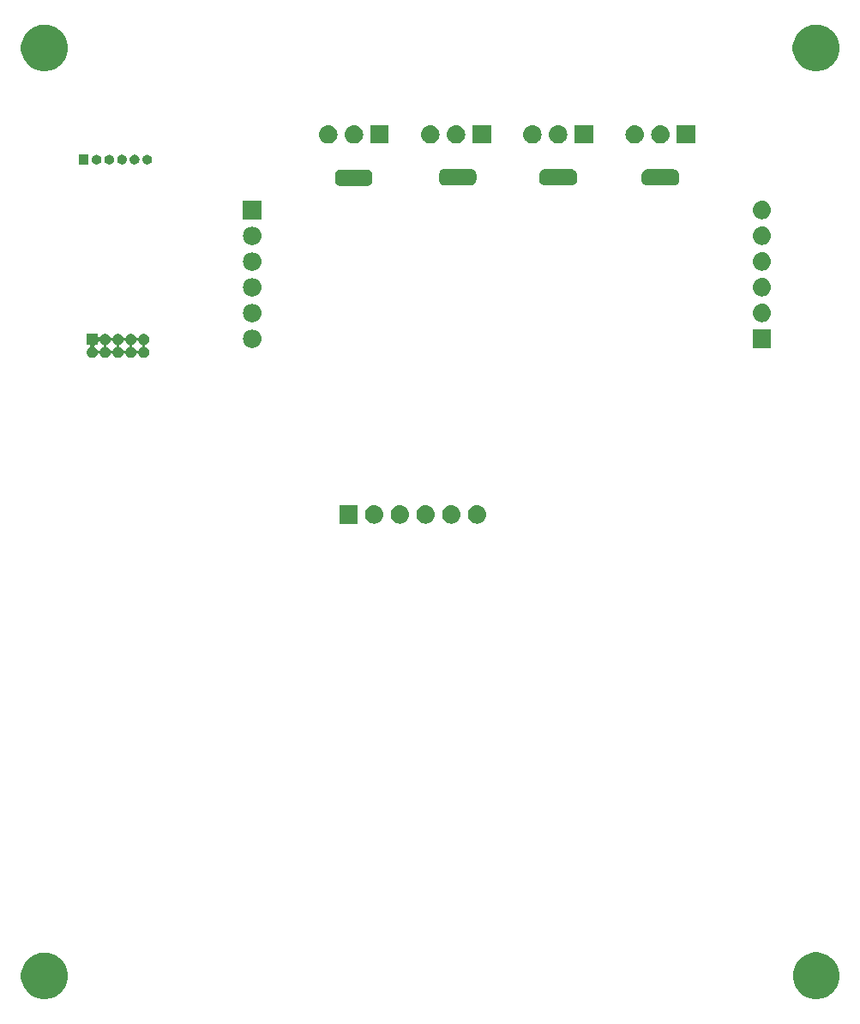
<source format=gbr>
G04 #@! TF.GenerationSoftware,KiCad,Pcbnew,(5.1.2)-2*
G04 #@! TF.CreationDate,2021-08-28T01:13:10-04:00*
G04 #@! TF.ProjectId,MAG_Plus,4d41475f-506c-4757-932e-6b696361645f,rev?*
G04 #@! TF.SameCoordinates,Original*
G04 #@! TF.FileFunction,Soldermask,Top*
G04 #@! TF.FilePolarity,Negative*
%FSLAX46Y46*%
G04 Gerber Fmt 4.6, Leading zero omitted, Abs format (unit mm)*
G04 Created by KiCad (PCBNEW (5.1.2)-2) date 2021-08-28 01:13:10*
%MOMM*%
%LPD*%
G04 APERTURE LIST*
%ADD10C,0.100000*%
G04 APERTURE END LIST*
D10*
G36*
X39538903Y-340783213D02*
G01*
X39761177Y-340827426D01*
X40179932Y-341000880D01*
X40556802Y-341252696D01*
X40877304Y-341573198D01*
X41129120Y-341950068D01*
X41302574Y-342368823D01*
X41391000Y-342813371D01*
X41391000Y-343266629D01*
X41302574Y-343711177D01*
X41129120Y-344129932D01*
X40877304Y-344506802D01*
X40556802Y-344827304D01*
X40179932Y-345079120D01*
X39761177Y-345252574D01*
X39538903Y-345296787D01*
X39316630Y-345341000D01*
X38863370Y-345341000D01*
X38641097Y-345296787D01*
X38418823Y-345252574D01*
X38000068Y-345079120D01*
X37623198Y-344827304D01*
X37302696Y-344506802D01*
X37050880Y-344129932D01*
X36877426Y-343711177D01*
X36789000Y-343266629D01*
X36789000Y-342813371D01*
X36877426Y-342368823D01*
X37050880Y-341950068D01*
X37302696Y-341573198D01*
X37623198Y-341252696D01*
X38000068Y-341000880D01*
X38418823Y-340827426D01*
X38641097Y-340783213D01*
X38863370Y-340739000D01*
X39316630Y-340739000D01*
X39538903Y-340783213D01*
X39538903Y-340783213D01*
G37*
G36*
X115748903Y-340773213D02*
G01*
X115971177Y-340817426D01*
X116389932Y-340990880D01*
X116766802Y-341242696D01*
X117087304Y-341563198D01*
X117339120Y-341940068D01*
X117512574Y-342358823D01*
X117601000Y-342803371D01*
X117601000Y-343256629D01*
X117512574Y-343701177D01*
X117339120Y-344119932D01*
X117087304Y-344496802D01*
X116766802Y-344817304D01*
X116389932Y-345069120D01*
X115971177Y-345242574D01*
X115748903Y-345286787D01*
X115526630Y-345331000D01*
X115073370Y-345331000D01*
X114851097Y-345286787D01*
X114628823Y-345242574D01*
X114210068Y-345069120D01*
X113833198Y-344817304D01*
X113512696Y-344496802D01*
X113260880Y-344119932D01*
X113087426Y-343701177D01*
X112999000Y-343256629D01*
X112999000Y-342803371D01*
X113087426Y-342358823D01*
X113260880Y-341940068D01*
X113512696Y-341563198D01*
X113833198Y-341242696D01*
X114210068Y-340990880D01*
X114628823Y-340817426D01*
X114851097Y-340773213D01*
X115073370Y-340729000D01*
X115526630Y-340729000D01*
X115748903Y-340773213D01*
X115748903Y-340773213D01*
G37*
G36*
X81930443Y-296605519D02*
G01*
X81996627Y-296612037D01*
X82166466Y-296663557D01*
X82322991Y-296747222D01*
X82358729Y-296776552D01*
X82460186Y-296859814D01*
X82543448Y-296961271D01*
X82572778Y-296997009D01*
X82656443Y-297153534D01*
X82707963Y-297323373D01*
X82725359Y-297500000D01*
X82707963Y-297676627D01*
X82656443Y-297846466D01*
X82572778Y-298002991D01*
X82543448Y-298038729D01*
X82460186Y-298140186D01*
X82358729Y-298223448D01*
X82322991Y-298252778D01*
X82166466Y-298336443D01*
X81996627Y-298387963D01*
X81930443Y-298394481D01*
X81864260Y-298401000D01*
X81775740Y-298401000D01*
X81709557Y-298394481D01*
X81643373Y-298387963D01*
X81473534Y-298336443D01*
X81317009Y-298252778D01*
X81281271Y-298223448D01*
X81179814Y-298140186D01*
X81096552Y-298038729D01*
X81067222Y-298002991D01*
X80983557Y-297846466D01*
X80932037Y-297676627D01*
X80914641Y-297500000D01*
X80932037Y-297323373D01*
X80983557Y-297153534D01*
X81067222Y-296997009D01*
X81096552Y-296961271D01*
X81179814Y-296859814D01*
X81281271Y-296776552D01*
X81317009Y-296747222D01*
X81473534Y-296663557D01*
X81643373Y-296612037D01*
X81709557Y-296605519D01*
X81775740Y-296599000D01*
X81864260Y-296599000D01*
X81930443Y-296605519D01*
X81930443Y-296605519D01*
G37*
G36*
X79390443Y-296605519D02*
G01*
X79456627Y-296612037D01*
X79626466Y-296663557D01*
X79782991Y-296747222D01*
X79818729Y-296776552D01*
X79920186Y-296859814D01*
X80003448Y-296961271D01*
X80032778Y-296997009D01*
X80116443Y-297153534D01*
X80167963Y-297323373D01*
X80185359Y-297500000D01*
X80167963Y-297676627D01*
X80116443Y-297846466D01*
X80032778Y-298002991D01*
X80003448Y-298038729D01*
X79920186Y-298140186D01*
X79818729Y-298223448D01*
X79782991Y-298252778D01*
X79626466Y-298336443D01*
X79456627Y-298387963D01*
X79390443Y-298394481D01*
X79324260Y-298401000D01*
X79235740Y-298401000D01*
X79169557Y-298394481D01*
X79103373Y-298387963D01*
X78933534Y-298336443D01*
X78777009Y-298252778D01*
X78741271Y-298223448D01*
X78639814Y-298140186D01*
X78556552Y-298038729D01*
X78527222Y-298002991D01*
X78443557Y-297846466D01*
X78392037Y-297676627D01*
X78374641Y-297500000D01*
X78392037Y-297323373D01*
X78443557Y-297153534D01*
X78527222Y-296997009D01*
X78556552Y-296961271D01*
X78639814Y-296859814D01*
X78741271Y-296776552D01*
X78777009Y-296747222D01*
X78933534Y-296663557D01*
X79103373Y-296612037D01*
X79169557Y-296605519D01*
X79235740Y-296599000D01*
X79324260Y-296599000D01*
X79390443Y-296605519D01*
X79390443Y-296605519D01*
G37*
G36*
X76850443Y-296605519D02*
G01*
X76916627Y-296612037D01*
X77086466Y-296663557D01*
X77242991Y-296747222D01*
X77278729Y-296776552D01*
X77380186Y-296859814D01*
X77463448Y-296961271D01*
X77492778Y-296997009D01*
X77576443Y-297153534D01*
X77627963Y-297323373D01*
X77645359Y-297500000D01*
X77627963Y-297676627D01*
X77576443Y-297846466D01*
X77492778Y-298002991D01*
X77463448Y-298038729D01*
X77380186Y-298140186D01*
X77278729Y-298223448D01*
X77242991Y-298252778D01*
X77086466Y-298336443D01*
X76916627Y-298387963D01*
X76850443Y-298394481D01*
X76784260Y-298401000D01*
X76695740Y-298401000D01*
X76629557Y-298394481D01*
X76563373Y-298387963D01*
X76393534Y-298336443D01*
X76237009Y-298252778D01*
X76201271Y-298223448D01*
X76099814Y-298140186D01*
X76016552Y-298038729D01*
X75987222Y-298002991D01*
X75903557Y-297846466D01*
X75852037Y-297676627D01*
X75834641Y-297500000D01*
X75852037Y-297323373D01*
X75903557Y-297153534D01*
X75987222Y-296997009D01*
X76016552Y-296961271D01*
X76099814Y-296859814D01*
X76201271Y-296776552D01*
X76237009Y-296747222D01*
X76393534Y-296663557D01*
X76563373Y-296612037D01*
X76629557Y-296605519D01*
X76695740Y-296599000D01*
X76784260Y-296599000D01*
X76850443Y-296605519D01*
X76850443Y-296605519D01*
G37*
G36*
X71770443Y-296605519D02*
G01*
X71836627Y-296612037D01*
X72006466Y-296663557D01*
X72162991Y-296747222D01*
X72198729Y-296776552D01*
X72300186Y-296859814D01*
X72383448Y-296961271D01*
X72412778Y-296997009D01*
X72496443Y-297153534D01*
X72547963Y-297323373D01*
X72565359Y-297500000D01*
X72547963Y-297676627D01*
X72496443Y-297846466D01*
X72412778Y-298002991D01*
X72383448Y-298038729D01*
X72300186Y-298140186D01*
X72198729Y-298223448D01*
X72162991Y-298252778D01*
X72006466Y-298336443D01*
X71836627Y-298387963D01*
X71770443Y-298394481D01*
X71704260Y-298401000D01*
X71615740Y-298401000D01*
X71549557Y-298394481D01*
X71483373Y-298387963D01*
X71313534Y-298336443D01*
X71157009Y-298252778D01*
X71121271Y-298223448D01*
X71019814Y-298140186D01*
X70936552Y-298038729D01*
X70907222Y-298002991D01*
X70823557Y-297846466D01*
X70772037Y-297676627D01*
X70754641Y-297500000D01*
X70772037Y-297323373D01*
X70823557Y-297153534D01*
X70907222Y-296997009D01*
X70936552Y-296961271D01*
X71019814Y-296859814D01*
X71121271Y-296776552D01*
X71157009Y-296747222D01*
X71313534Y-296663557D01*
X71483373Y-296612037D01*
X71549557Y-296605519D01*
X71615740Y-296599000D01*
X71704260Y-296599000D01*
X71770443Y-296605519D01*
X71770443Y-296605519D01*
G37*
G36*
X70021000Y-298401000D02*
G01*
X68219000Y-298401000D01*
X68219000Y-296599000D01*
X70021000Y-296599000D01*
X70021000Y-298401000D01*
X70021000Y-298401000D01*
G37*
G36*
X74310443Y-296605519D02*
G01*
X74376627Y-296612037D01*
X74546466Y-296663557D01*
X74702991Y-296747222D01*
X74738729Y-296776552D01*
X74840186Y-296859814D01*
X74923448Y-296961271D01*
X74952778Y-296997009D01*
X75036443Y-297153534D01*
X75087963Y-297323373D01*
X75105359Y-297500000D01*
X75087963Y-297676627D01*
X75036443Y-297846466D01*
X74952778Y-298002991D01*
X74923448Y-298038729D01*
X74840186Y-298140186D01*
X74738729Y-298223448D01*
X74702991Y-298252778D01*
X74546466Y-298336443D01*
X74376627Y-298387963D01*
X74310443Y-298394481D01*
X74244260Y-298401000D01*
X74155740Y-298401000D01*
X74089557Y-298394481D01*
X74023373Y-298387963D01*
X73853534Y-298336443D01*
X73697009Y-298252778D01*
X73661271Y-298223448D01*
X73559814Y-298140186D01*
X73476552Y-298038729D01*
X73447222Y-298002991D01*
X73363557Y-297846466D01*
X73312037Y-297676627D01*
X73294641Y-297500000D01*
X73312037Y-297323373D01*
X73363557Y-297153534D01*
X73447222Y-296997009D01*
X73476552Y-296961271D01*
X73559814Y-296859814D01*
X73661271Y-296776552D01*
X73697009Y-296747222D01*
X73853534Y-296663557D01*
X74023373Y-296612037D01*
X74089557Y-296605519D01*
X74155740Y-296599000D01*
X74244260Y-296599000D01*
X74310443Y-296605519D01*
X74310443Y-296605519D01*
G37*
G36*
X44381000Y-279887265D02*
G01*
X44383402Y-279911651D01*
X44390515Y-279935100D01*
X44402066Y-279956711D01*
X44417611Y-279975653D01*
X44436553Y-279991198D01*
X44458164Y-280002749D01*
X44481613Y-280009862D01*
X44505999Y-280012264D01*
X44530385Y-280009862D01*
X44553834Y-280002749D01*
X44575445Y-279991198D01*
X44594387Y-279975653D01*
X44609932Y-279956711D01*
X44616233Y-279946198D01*
X44639644Y-279902400D01*
X44708499Y-279818499D01*
X44726734Y-279803534D01*
X44792400Y-279749643D01*
X44860945Y-279713005D01*
X44888121Y-279698479D01*
X44991985Y-279666973D01*
X45072933Y-279659000D01*
X45127067Y-279659000D01*
X45208015Y-279666973D01*
X45311879Y-279698479D01*
X45339055Y-279713005D01*
X45407600Y-279749643D01*
X45491501Y-279818499D01*
X45560357Y-279902400D01*
X45596995Y-279970945D01*
X45611521Y-279998121D01*
X45615388Y-280010869D01*
X45624760Y-280033496D01*
X45638374Y-280053870D01*
X45655701Y-280071197D01*
X45676075Y-280084811D01*
X45698714Y-280094188D01*
X45722747Y-280098969D01*
X45747251Y-280098969D01*
X45771285Y-280094189D01*
X45793924Y-280084812D01*
X45814298Y-280071198D01*
X45831625Y-280053871D01*
X45845239Y-280033497D01*
X45854612Y-280010869D01*
X45858479Y-279998121D01*
X45873005Y-279970945D01*
X45909643Y-279902400D01*
X45978499Y-279818499D01*
X46062400Y-279749643D01*
X46130945Y-279713005D01*
X46158121Y-279698479D01*
X46261985Y-279666973D01*
X46342933Y-279659000D01*
X46397067Y-279659000D01*
X46478015Y-279666973D01*
X46581879Y-279698479D01*
X46609055Y-279713005D01*
X46677600Y-279749643D01*
X46761501Y-279818499D01*
X46830357Y-279902400D01*
X46866995Y-279970945D01*
X46881521Y-279998121D01*
X46885388Y-280010869D01*
X46894760Y-280033496D01*
X46908374Y-280053870D01*
X46925701Y-280071197D01*
X46946075Y-280084811D01*
X46968714Y-280094188D01*
X46992747Y-280098969D01*
X47017251Y-280098969D01*
X47041285Y-280094189D01*
X47063924Y-280084812D01*
X47084298Y-280071198D01*
X47101625Y-280053871D01*
X47115239Y-280033497D01*
X47124612Y-280010869D01*
X47128479Y-279998121D01*
X47143005Y-279970945D01*
X47179643Y-279902400D01*
X47248499Y-279818499D01*
X47332400Y-279749643D01*
X47400945Y-279713005D01*
X47428121Y-279698479D01*
X47531985Y-279666973D01*
X47612933Y-279659000D01*
X47667067Y-279659000D01*
X47748015Y-279666973D01*
X47851879Y-279698479D01*
X47879055Y-279713005D01*
X47947600Y-279749643D01*
X48031501Y-279818499D01*
X48100357Y-279902400D01*
X48136995Y-279970945D01*
X48151521Y-279998121D01*
X48155388Y-280010869D01*
X48164760Y-280033496D01*
X48178374Y-280053870D01*
X48195701Y-280071197D01*
X48216075Y-280084811D01*
X48238714Y-280094188D01*
X48262747Y-280098969D01*
X48287251Y-280098969D01*
X48311285Y-280094189D01*
X48333924Y-280084812D01*
X48354298Y-280071198D01*
X48371625Y-280053871D01*
X48385239Y-280033497D01*
X48394612Y-280010869D01*
X48398479Y-279998121D01*
X48413005Y-279970945D01*
X48449643Y-279902400D01*
X48518499Y-279818499D01*
X48602400Y-279749643D01*
X48670945Y-279713005D01*
X48698121Y-279698479D01*
X48801985Y-279666973D01*
X48882933Y-279659000D01*
X48937067Y-279659000D01*
X49018015Y-279666973D01*
X49121879Y-279698479D01*
X49149055Y-279713005D01*
X49217600Y-279749643D01*
X49301501Y-279818499D01*
X49370357Y-279902400D01*
X49406995Y-279970945D01*
X49421521Y-279998121D01*
X49453027Y-280101985D01*
X49463666Y-280210000D01*
X49453027Y-280318015D01*
X49421521Y-280421879D01*
X49421191Y-280422496D01*
X49370357Y-280517600D01*
X49301501Y-280601501D01*
X49217600Y-280670357D01*
X49149055Y-280706995D01*
X49121879Y-280721521D01*
X49109131Y-280725388D01*
X49086504Y-280734760D01*
X49066130Y-280748374D01*
X49048803Y-280765701D01*
X49035189Y-280786075D01*
X49025812Y-280808714D01*
X49021031Y-280832747D01*
X49021031Y-280857251D01*
X49025811Y-280881285D01*
X49035188Y-280903924D01*
X49048802Y-280924298D01*
X49066129Y-280941625D01*
X49086503Y-280955239D01*
X49109131Y-280964612D01*
X49121879Y-280968479D01*
X49148344Y-280982625D01*
X49217600Y-281019643D01*
X49301501Y-281088499D01*
X49370357Y-281172400D01*
X49406995Y-281240945D01*
X49421521Y-281268121D01*
X49453027Y-281371985D01*
X49463666Y-281480000D01*
X49453027Y-281588015D01*
X49421521Y-281691879D01*
X49421519Y-281691882D01*
X49370357Y-281787600D01*
X49301501Y-281871501D01*
X49217600Y-281940357D01*
X49149055Y-281976995D01*
X49121879Y-281991521D01*
X49018015Y-282023027D01*
X48937067Y-282031000D01*
X48882933Y-282031000D01*
X48801985Y-282023027D01*
X48698121Y-281991521D01*
X48670945Y-281976995D01*
X48602400Y-281940357D01*
X48518499Y-281871501D01*
X48449643Y-281787600D01*
X48398481Y-281691882D01*
X48398479Y-281691879D01*
X48394612Y-281679131D01*
X48385240Y-281656504D01*
X48371626Y-281636130D01*
X48354299Y-281618803D01*
X48333925Y-281605189D01*
X48311286Y-281595812D01*
X48287253Y-281591031D01*
X48262749Y-281591031D01*
X48238715Y-281595811D01*
X48216076Y-281605188D01*
X48195702Y-281618802D01*
X48178375Y-281636129D01*
X48164761Y-281656503D01*
X48155388Y-281679131D01*
X48151521Y-281691879D01*
X48151519Y-281691882D01*
X48100357Y-281787600D01*
X48031501Y-281871501D01*
X47947600Y-281940357D01*
X47879055Y-281976995D01*
X47851879Y-281991521D01*
X47748015Y-282023027D01*
X47667067Y-282031000D01*
X47612933Y-282031000D01*
X47531985Y-282023027D01*
X47428121Y-281991521D01*
X47400945Y-281976995D01*
X47332400Y-281940357D01*
X47248499Y-281871501D01*
X47179643Y-281787600D01*
X47128481Y-281691882D01*
X47128479Y-281691879D01*
X47124612Y-281679131D01*
X47115240Y-281656504D01*
X47101626Y-281636130D01*
X47084299Y-281618803D01*
X47063925Y-281605189D01*
X47041286Y-281595812D01*
X47017253Y-281591031D01*
X46992749Y-281591031D01*
X46968715Y-281595811D01*
X46946076Y-281605188D01*
X46925702Y-281618802D01*
X46908375Y-281636129D01*
X46894761Y-281656503D01*
X46885388Y-281679131D01*
X46881521Y-281691879D01*
X46881519Y-281691882D01*
X46830357Y-281787600D01*
X46761501Y-281871501D01*
X46677600Y-281940357D01*
X46609055Y-281976995D01*
X46581879Y-281991521D01*
X46478015Y-282023027D01*
X46397067Y-282031000D01*
X46342933Y-282031000D01*
X46261985Y-282023027D01*
X46158121Y-281991521D01*
X46130945Y-281976995D01*
X46062400Y-281940357D01*
X45978499Y-281871501D01*
X45909643Y-281787600D01*
X45858481Y-281691882D01*
X45858479Y-281691879D01*
X45854612Y-281679131D01*
X45845240Y-281656504D01*
X45831626Y-281636130D01*
X45814299Y-281618803D01*
X45793925Y-281605189D01*
X45771286Y-281595812D01*
X45747253Y-281591031D01*
X45722749Y-281591031D01*
X45698715Y-281595811D01*
X45676076Y-281605188D01*
X45655702Y-281618802D01*
X45638375Y-281636129D01*
X45624761Y-281656503D01*
X45615388Y-281679131D01*
X45611521Y-281691879D01*
X45611519Y-281691882D01*
X45560357Y-281787600D01*
X45491501Y-281871501D01*
X45407600Y-281940357D01*
X45339055Y-281976995D01*
X45311879Y-281991521D01*
X45208015Y-282023027D01*
X45127067Y-282031000D01*
X45072933Y-282031000D01*
X44991985Y-282023027D01*
X44888121Y-281991521D01*
X44860945Y-281976995D01*
X44792400Y-281940357D01*
X44708499Y-281871501D01*
X44639643Y-281787600D01*
X44588481Y-281691882D01*
X44588479Y-281691879D01*
X44584612Y-281679131D01*
X44575240Y-281656504D01*
X44561626Y-281636130D01*
X44544299Y-281618803D01*
X44523925Y-281605189D01*
X44501286Y-281595812D01*
X44477253Y-281591031D01*
X44452749Y-281591031D01*
X44428715Y-281595811D01*
X44406076Y-281605188D01*
X44385702Y-281618802D01*
X44368375Y-281636129D01*
X44354761Y-281656503D01*
X44345388Y-281679131D01*
X44341521Y-281691879D01*
X44341519Y-281691882D01*
X44290357Y-281787600D01*
X44221501Y-281871501D01*
X44137600Y-281940357D01*
X44069055Y-281976995D01*
X44041879Y-281991521D01*
X43938015Y-282023027D01*
X43857067Y-282031000D01*
X43802933Y-282031000D01*
X43721985Y-282023027D01*
X43618121Y-281991521D01*
X43590945Y-281976995D01*
X43522400Y-281940357D01*
X43438499Y-281871501D01*
X43369643Y-281787600D01*
X43318481Y-281691882D01*
X43318479Y-281691879D01*
X43286973Y-281588015D01*
X43276334Y-281480000D01*
X43286973Y-281371985D01*
X43318479Y-281268121D01*
X43333005Y-281240945D01*
X43369643Y-281172400D01*
X43438499Y-281088499D01*
X43522399Y-281019645D01*
X43522398Y-281019645D01*
X43522400Y-281019644D01*
X43566193Y-280996236D01*
X43586563Y-280982625D01*
X43603890Y-280965298D01*
X43617504Y-280944924D01*
X43626881Y-280922285D01*
X43631662Y-280898252D01*
X43631662Y-280885999D01*
X44027736Y-280885999D01*
X44030138Y-280910385D01*
X44037251Y-280933834D01*
X44048802Y-280955445D01*
X44064347Y-280974387D01*
X44083289Y-280989932D01*
X44093802Y-280996233D01*
X44137600Y-281019644D01*
X44137602Y-281019645D01*
X44137601Y-281019645D01*
X44221501Y-281088499D01*
X44290357Y-281172400D01*
X44326995Y-281240945D01*
X44341521Y-281268121D01*
X44345388Y-281280869D01*
X44354760Y-281303496D01*
X44368374Y-281323870D01*
X44385701Y-281341197D01*
X44406075Y-281354811D01*
X44428714Y-281364188D01*
X44452747Y-281368969D01*
X44477251Y-281368969D01*
X44501285Y-281364189D01*
X44523924Y-281354812D01*
X44544298Y-281341198D01*
X44561625Y-281323871D01*
X44575239Y-281303497D01*
X44584612Y-281280869D01*
X44588479Y-281268121D01*
X44603005Y-281240945D01*
X44639643Y-281172400D01*
X44708499Y-281088499D01*
X44792400Y-281019643D01*
X44861656Y-280982625D01*
X44888121Y-280968479D01*
X44900869Y-280964612D01*
X44923496Y-280955240D01*
X44943870Y-280941626D01*
X44961197Y-280924299D01*
X44974811Y-280903925D01*
X44984188Y-280881286D01*
X44988969Y-280857253D01*
X44988969Y-280832749D01*
X44988969Y-280832747D01*
X45211031Y-280832747D01*
X45211031Y-280857251D01*
X45215811Y-280881285D01*
X45225188Y-280903924D01*
X45238802Y-280924298D01*
X45256129Y-280941625D01*
X45276503Y-280955239D01*
X45299131Y-280964612D01*
X45311879Y-280968479D01*
X45338344Y-280982625D01*
X45407600Y-281019643D01*
X45491501Y-281088499D01*
X45560357Y-281172400D01*
X45596995Y-281240945D01*
X45611521Y-281268121D01*
X45615388Y-281280869D01*
X45624760Y-281303496D01*
X45638374Y-281323870D01*
X45655701Y-281341197D01*
X45676075Y-281354811D01*
X45698714Y-281364188D01*
X45722747Y-281368969D01*
X45747251Y-281368969D01*
X45771285Y-281364189D01*
X45793924Y-281354812D01*
X45814298Y-281341198D01*
X45831625Y-281323871D01*
X45845239Y-281303497D01*
X45854612Y-281280869D01*
X45858479Y-281268121D01*
X45873005Y-281240945D01*
X45909643Y-281172400D01*
X45978499Y-281088499D01*
X46062400Y-281019643D01*
X46131656Y-280982625D01*
X46158121Y-280968479D01*
X46170869Y-280964612D01*
X46193496Y-280955240D01*
X46213870Y-280941626D01*
X46231197Y-280924299D01*
X46244811Y-280903925D01*
X46254188Y-280881286D01*
X46258969Y-280857253D01*
X46258969Y-280832749D01*
X46258969Y-280832747D01*
X46481031Y-280832747D01*
X46481031Y-280857251D01*
X46485811Y-280881285D01*
X46495188Y-280903924D01*
X46508802Y-280924298D01*
X46526129Y-280941625D01*
X46546503Y-280955239D01*
X46569131Y-280964612D01*
X46581879Y-280968479D01*
X46608344Y-280982625D01*
X46677600Y-281019643D01*
X46761501Y-281088499D01*
X46830357Y-281172400D01*
X46866995Y-281240945D01*
X46881521Y-281268121D01*
X46885388Y-281280869D01*
X46894760Y-281303496D01*
X46908374Y-281323870D01*
X46925701Y-281341197D01*
X46946075Y-281354811D01*
X46968714Y-281364188D01*
X46992747Y-281368969D01*
X47017251Y-281368969D01*
X47041285Y-281364189D01*
X47063924Y-281354812D01*
X47084298Y-281341198D01*
X47101625Y-281323871D01*
X47115239Y-281303497D01*
X47124612Y-281280869D01*
X47128479Y-281268121D01*
X47143005Y-281240945D01*
X47179643Y-281172400D01*
X47248499Y-281088499D01*
X47332400Y-281019643D01*
X47401656Y-280982625D01*
X47428121Y-280968479D01*
X47440869Y-280964612D01*
X47463496Y-280955240D01*
X47483870Y-280941626D01*
X47501197Y-280924299D01*
X47514811Y-280903925D01*
X47524188Y-280881286D01*
X47528969Y-280857253D01*
X47528969Y-280832749D01*
X47528969Y-280832747D01*
X47751031Y-280832747D01*
X47751031Y-280857251D01*
X47755811Y-280881285D01*
X47765188Y-280903924D01*
X47778802Y-280924298D01*
X47796129Y-280941625D01*
X47816503Y-280955239D01*
X47839131Y-280964612D01*
X47851879Y-280968479D01*
X47878344Y-280982625D01*
X47947600Y-281019643D01*
X48031501Y-281088499D01*
X48100357Y-281172400D01*
X48136995Y-281240945D01*
X48151521Y-281268121D01*
X48155388Y-281280869D01*
X48164760Y-281303496D01*
X48178374Y-281323870D01*
X48195701Y-281341197D01*
X48216075Y-281354811D01*
X48238714Y-281364188D01*
X48262747Y-281368969D01*
X48287251Y-281368969D01*
X48311285Y-281364189D01*
X48333924Y-281354812D01*
X48354298Y-281341198D01*
X48371625Y-281323871D01*
X48385239Y-281303497D01*
X48394612Y-281280869D01*
X48398479Y-281268121D01*
X48413005Y-281240945D01*
X48449643Y-281172400D01*
X48518499Y-281088499D01*
X48602400Y-281019643D01*
X48671656Y-280982625D01*
X48698121Y-280968479D01*
X48710869Y-280964612D01*
X48733496Y-280955240D01*
X48753870Y-280941626D01*
X48771197Y-280924299D01*
X48784811Y-280903925D01*
X48794188Y-280881286D01*
X48798969Y-280857253D01*
X48798969Y-280832749D01*
X48794189Y-280808715D01*
X48784812Y-280786076D01*
X48771198Y-280765702D01*
X48753871Y-280748375D01*
X48733497Y-280734761D01*
X48710869Y-280725388D01*
X48698121Y-280721521D01*
X48670945Y-280706995D01*
X48602400Y-280670357D01*
X48518499Y-280601501D01*
X48449643Y-280517600D01*
X48398809Y-280422496D01*
X48398479Y-280421879D01*
X48394612Y-280409131D01*
X48385240Y-280386504D01*
X48371626Y-280366130D01*
X48354299Y-280348803D01*
X48333925Y-280335189D01*
X48311286Y-280325812D01*
X48287253Y-280321031D01*
X48262749Y-280321031D01*
X48238715Y-280325811D01*
X48216076Y-280335188D01*
X48195702Y-280348802D01*
X48178375Y-280366129D01*
X48164761Y-280386503D01*
X48155388Y-280409131D01*
X48151521Y-280421879D01*
X48151191Y-280422496D01*
X48100357Y-280517600D01*
X48031501Y-280601501D01*
X47947600Y-280670357D01*
X47879055Y-280706995D01*
X47851879Y-280721521D01*
X47839131Y-280725388D01*
X47816504Y-280734760D01*
X47796130Y-280748374D01*
X47778803Y-280765701D01*
X47765189Y-280786075D01*
X47755812Y-280808714D01*
X47751031Y-280832747D01*
X47528969Y-280832747D01*
X47524189Y-280808715D01*
X47514812Y-280786076D01*
X47501198Y-280765702D01*
X47483871Y-280748375D01*
X47463497Y-280734761D01*
X47440869Y-280725388D01*
X47428121Y-280721521D01*
X47400945Y-280706995D01*
X47332400Y-280670357D01*
X47248499Y-280601501D01*
X47179643Y-280517600D01*
X47128809Y-280422496D01*
X47128479Y-280421879D01*
X47124612Y-280409131D01*
X47115240Y-280386504D01*
X47101626Y-280366130D01*
X47084299Y-280348803D01*
X47063925Y-280335189D01*
X47041286Y-280325812D01*
X47017253Y-280321031D01*
X46992749Y-280321031D01*
X46968715Y-280325811D01*
X46946076Y-280335188D01*
X46925702Y-280348802D01*
X46908375Y-280366129D01*
X46894761Y-280386503D01*
X46885388Y-280409131D01*
X46881521Y-280421879D01*
X46881191Y-280422496D01*
X46830357Y-280517600D01*
X46761501Y-280601501D01*
X46677600Y-280670357D01*
X46609055Y-280706995D01*
X46581879Y-280721521D01*
X46569131Y-280725388D01*
X46546504Y-280734760D01*
X46526130Y-280748374D01*
X46508803Y-280765701D01*
X46495189Y-280786075D01*
X46485812Y-280808714D01*
X46481031Y-280832747D01*
X46258969Y-280832747D01*
X46254189Y-280808715D01*
X46244812Y-280786076D01*
X46231198Y-280765702D01*
X46213871Y-280748375D01*
X46193497Y-280734761D01*
X46170869Y-280725388D01*
X46158121Y-280721521D01*
X46130945Y-280706995D01*
X46062400Y-280670357D01*
X45978499Y-280601501D01*
X45909643Y-280517600D01*
X45858809Y-280422496D01*
X45858479Y-280421879D01*
X45854612Y-280409131D01*
X45845240Y-280386504D01*
X45831626Y-280366130D01*
X45814299Y-280348803D01*
X45793925Y-280335189D01*
X45771286Y-280325812D01*
X45747253Y-280321031D01*
X45722749Y-280321031D01*
X45698715Y-280325811D01*
X45676076Y-280335188D01*
X45655702Y-280348802D01*
X45638375Y-280366129D01*
X45624761Y-280386503D01*
X45615388Y-280409131D01*
X45611521Y-280421879D01*
X45611191Y-280422496D01*
X45560357Y-280517600D01*
X45491501Y-280601501D01*
X45407600Y-280670357D01*
X45339055Y-280706995D01*
X45311879Y-280721521D01*
X45299131Y-280725388D01*
X45276504Y-280734760D01*
X45256130Y-280748374D01*
X45238803Y-280765701D01*
X45225189Y-280786075D01*
X45215812Y-280808714D01*
X45211031Y-280832747D01*
X44988969Y-280832747D01*
X44984189Y-280808715D01*
X44974812Y-280786076D01*
X44961198Y-280765702D01*
X44943871Y-280748375D01*
X44923497Y-280734761D01*
X44900869Y-280725388D01*
X44888121Y-280721521D01*
X44860945Y-280706995D01*
X44792400Y-280670357D01*
X44708499Y-280601501D01*
X44639645Y-280517601D01*
X44639644Y-280517600D01*
X44616236Y-280473807D01*
X44602625Y-280453437D01*
X44585298Y-280436110D01*
X44564924Y-280422496D01*
X44542285Y-280413119D01*
X44518252Y-280408338D01*
X44493748Y-280408338D01*
X44469714Y-280413118D01*
X44447076Y-280422495D01*
X44426701Y-280436109D01*
X44409374Y-280453436D01*
X44395760Y-280473810D01*
X44386383Y-280496449D01*
X44381602Y-280520482D01*
X44381000Y-280532735D01*
X44381000Y-280761000D01*
X44152735Y-280761000D01*
X44128349Y-280763402D01*
X44104900Y-280770515D01*
X44083289Y-280782066D01*
X44064347Y-280797611D01*
X44048802Y-280816553D01*
X44037251Y-280838164D01*
X44030138Y-280861613D01*
X44027736Y-280885999D01*
X43631662Y-280885999D01*
X43631662Y-280873748D01*
X43626882Y-280849714D01*
X43617505Y-280827076D01*
X43603891Y-280806701D01*
X43586564Y-280789374D01*
X43566190Y-280775760D01*
X43543551Y-280766383D01*
X43519518Y-280761602D01*
X43507265Y-280761000D01*
X43279000Y-280761000D01*
X43279000Y-279659000D01*
X44381000Y-279659000D01*
X44381000Y-279887265D01*
X44381000Y-279887265D01*
G37*
G36*
X59720442Y-279255518D02*
G01*
X59786627Y-279262037D01*
X59956466Y-279313557D01*
X60112991Y-279397222D01*
X60148729Y-279426552D01*
X60250186Y-279509814D01*
X60333448Y-279611271D01*
X60362778Y-279647009D01*
X60446443Y-279803534D01*
X60497963Y-279973373D01*
X60515359Y-280150000D01*
X60497963Y-280326627D01*
X60446443Y-280496466D01*
X60362778Y-280652991D01*
X60348526Y-280670357D01*
X60250186Y-280790186D01*
X60148729Y-280873448D01*
X60112991Y-280902778D01*
X59956466Y-280986443D01*
X59786627Y-281037963D01*
X59720442Y-281044482D01*
X59654260Y-281051000D01*
X59565740Y-281051000D01*
X59499558Y-281044482D01*
X59433373Y-281037963D01*
X59263534Y-280986443D01*
X59107009Y-280902778D01*
X59071271Y-280873448D01*
X58969814Y-280790186D01*
X58871474Y-280670357D01*
X58857222Y-280652991D01*
X58773557Y-280496466D01*
X58722037Y-280326627D01*
X58704641Y-280150000D01*
X58722037Y-279973373D01*
X58773557Y-279803534D01*
X58857222Y-279647009D01*
X58886552Y-279611271D01*
X58969814Y-279509814D01*
X59071271Y-279426552D01*
X59107009Y-279397222D01*
X59263534Y-279313557D01*
X59433373Y-279262037D01*
X59499558Y-279255518D01*
X59565740Y-279249000D01*
X59654260Y-279249000D01*
X59720442Y-279255518D01*
X59720442Y-279255518D01*
G37*
G36*
X110851000Y-281041000D02*
G01*
X109049000Y-281041000D01*
X109049000Y-279239000D01*
X110851000Y-279239000D01*
X110851000Y-281041000D01*
X110851000Y-281041000D01*
G37*
G36*
X59720443Y-276715519D02*
G01*
X59786627Y-276722037D01*
X59956466Y-276773557D01*
X60112991Y-276857222D01*
X60148729Y-276886552D01*
X60250186Y-276969814D01*
X60333448Y-277071271D01*
X60362778Y-277107009D01*
X60446443Y-277263534D01*
X60497963Y-277433373D01*
X60515359Y-277610000D01*
X60497963Y-277786627D01*
X60446443Y-277956466D01*
X60362778Y-278112991D01*
X60333448Y-278148729D01*
X60250186Y-278250186D01*
X60148729Y-278333448D01*
X60112991Y-278362778D01*
X60112989Y-278362779D01*
X59975177Y-278436442D01*
X59956466Y-278446443D01*
X59786627Y-278497963D01*
X59720443Y-278504481D01*
X59654260Y-278511000D01*
X59565740Y-278511000D01*
X59499557Y-278504481D01*
X59433373Y-278497963D01*
X59263534Y-278446443D01*
X59244824Y-278436442D01*
X59107011Y-278362779D01*
X59107009Y-278362778D01*
X59071271Y-278333448D01*
X58969814Y-278250186D01*
X58886552Y-278148729D01*
X58857222Y-278112991D01*
X58773557Y-277956466D01*
X58722037Y-277786627D01*
X58704641Y-277610000D01*
X58722037Y-277433373D01*
X58773557Y-277263534D01*
X58857222Y-277107009D01*
X58886552Y-277071271D01*
X58969814Y-276969814D01*
X59071271Y-276886552D01*
X59107009Y-276857222D01*
X59263534Y-276773557D01*
X59433373Y-276722037D01*
X59499557Y-276715519D01*
X59565740Y-276709000D01*
X59654260Y-276709000D01*
X59720443Y-276715519D01*
X59720443Y-276715519D01*
G37*
G36*
X110060443Y-276705519D02*
G01*
X110126627Y-276712037D01*
X110296466Y-276763557D01*
X110296468Y-276763558D01*
X110374728Y-276805389D01*
X110452991Y-276847222D01*
X110488729Y-276876552D01*
X110590186Y-276959814D01*
X110673448Y-277061271D01*
X110702778Y-277097009D01*
X110786443Y-277253534D01*
X110837963Y-277423373D01*
X110855359Y-277600000D01*
X110837963Y-277776627D01*
X110786443Y-277946466D01*
X110702778Y-278102991D01*
X110694571Y-278112991D01*
X110590186Y-278240186D01*
X110488729Y-278323448D01*
X110452991Y-278352778D01*
X110296466Y-278436443D01*
X110126627Y-278487963D01*
X110060442Y-278494482D01*
X109994260Y-278501000D01*
X109905740Y-278501000D01*
X109839558Y-278494482D01*
X109773373Y-278487963D01*
X109603534Y-278436443D01*
X109447009Y-278352778D01*
X109411271Y-278323448D01*
X109309814Y-278240186D01*
X109205429Y-278112991D01*
X109197222Y-278102991D01*
X109113557Y-277946466D01*
X109062037Y-277776627D01*
X109044641Y-277600000D01*
X109062037Y-277423373D01*
X109113557Y-277253534D01*
X109197222Y-277097009D01*
X109226552Y-277061271D01*
X109309814Y-276959814D01*
X109411271Y-276876552D01*
X109447009Y-276847222D01*
X109525271Y-276805390D01*
X109603532Y-276763558D01*
X109603534Y-276763557D01*
X109773373Y-276712037D01*
X109839557Y-276705519D01*
X109905740Y-276699000D01*
X109994260Y-276699000D01*
X110060443Y-276705519D01*
X110060443Y-276705519D01*
G37*
G36*
X59720442Y-274175518D02*
G01*
X59786627Y-274182037D01*
X59956466Y-274233557D01*
X60112991Y-274317222D01*
X60148729Y-274346552D01*
X60250186Y-274429814D01*
X60333448Y-274531271D01*
X60362778Y-274567009D01*
X60446443Y-274723534D01*
X60497963Y-274893373D01*
X60515359Y-275070000D01*
X60497963Y-275246627D01*
X60446443Y-275416466D01*
X60362778Y-275572991D01*
X60333448Y-275608729D01*
X60250186Y-275710186D01*
X60148729Y-275793448D01*
X60112991Y-275822778D01*
X60112989Y-275822779D01*
X59975177Y-275896442D01*
X59956466Y-275906443D01*
X59786627Y-275957963D01*
X59720443Y-275964481D01*
X59654260Y-275971000D01*
X59565740Y-275971000D01*
X59499557Y-275964481D01*
X59433373Y-275957963D01*
X59263534Y-275906443D01*
X59244824Y-275896442D01*
X59107011Y-275822779D01*
X59107009Y-275822778D01*
X59071271Y-275793448D01*
X58969814Y-275710186D01*
X58886552Y-275608729D01*
X58857222Y-275572991D01*
X58773557Y-275416466D01*
X58722037Y-275246627D01*
X58704641Y-275070000D01*
X58722037Y-274893373D01*
X58773557Y-274723534D01*
X58857222Y-274567009D01*
X58886552Y-274531271D01*
X58969814Y-274429814D01*
X59071271Y-274346552D01*
X59107009Y-274317222D01*
X59263534Y-274233557D01*
X59433373Y-274182037D01*
X59499558Y-274175518D01*
X59565740Y-274169000D01*
X59654260Y-274169000D01*
X59720442Y-274175518D01*
X59720442Y-274175518D01*
G37*
G36*
X110060443Y-274165519D02*
G01*
X110126627Y-274172037D01*
X110296466Y-274223557D01*
X110296468Y-274223558D01*
X110374729Y-274265390D01*
X110452991Y-274307222D01*
X110488729Y-274336552D01*
X110590186Y-274419814D01*
X110673448Y-274521271D01*
X110702778Y-274557009D01*
X110786443Y-274713534D01*
X110837963Y-274883373D01*
X110855359Y-275060000D01*
X110837963Y-275236627D01*
X110786443Y-275406466D01*
X110702778Y-275562991D01*
X110694571Y-275572991D01*
X110590186Y-275700186D01*
X110488729Y-275783448D01*
X110452991Y-275812778D01*
X110296466Y-275896443D01*
X110126627Y-275947963D01*
X110060443Y-275954481D01*
X109994260Y-275961000D01*
X109905740Y-275961000D01*
X109839557Y-275954481D01*
X109773373Y-275947963D01*
X109603534Y-275896443D01*
X109447009Y-275812778D01*
X109411271Y-275783448D01*
X109309814Y-275700186D01*
X109205429Y-275572991D01*
X109197222Y-275562991D01*
X109113557Y-275406466D01*
X109062037Y-275236627D01*
X109044641Y-275060000D01*
X109062037Y-274883373D01*
X109113557Y-274713534D01*
X109197222Y-274557009D01*
X109226552Y-274521271D01*
X109309814Y-274419814D01*
X109411271Y-274336552D01*
X109447009Y-274307222D01*
X109525271Y-274265390D01*
X109603532Y-274223558D01*
X109603534Y-274223557D01*
X109773373Y-274172037D01*
X109839557Y-274165519D01*
X109905740Y-274159000D01*
X109994260Y-274159000D01*
X110060443Y-274165519D01*
X110060443Y-274165519D01*
G37*
G36*
X59720443Y-271635519D02*
G01*
X59786627Y-271642037D01*
X59956466Y-271693557D01*
X60112991Y-271777222D01*
X60148729Y-271806552D01*
X60250186Y-271889814D01*
X60333448Y-271991271D01*
X60362778Y-272027009D01*
X60446443Y-272183534D01*
X60497963Y-272353373D01*
X60515359Y-272530000D01*
X60497963Y-272706627D01*
X60446443Y-272876466D01*
X60362778Y-273032991D01*
X60333448Y-273068729D01*
X60250186Y-273170186D01*
X60148729Y-273253448D01*
X60112991Y-273282778D01*
X60112989Y-273282779D01*
X59975177Y-273356442D01*
X59956466Y-273366443D01*
X59786627Y-273417963D01*
X59720442Y-273424482D01*
X59654260Y-273431000D01*
X59565740Y-273431000D01*
X59499558Y-273424482D01*
X59433373Y-273417963D01*
X59263534Y-273366443D01*
X59244824Y-273356442D01*
X59107011Y-273282779D01*
X59107009Y-273282778D01*
X59071271Y-273253448D01*
X58969814Y-273170186D01*
X58886552Y-273068729D01*
X58857222Y-273032991D01*
X58773557Y-272876466D01*
X58722037Y-272706627D01*
X58704641Y-272530000D01*
X58722037Y-272353373D01*
X58773557Y-272183534D01*
X58857222Y-272027009D01*
X58886552Y-271991271D01*
X58969814Y-271889814D01*
X59071271Y-271806552D01*
X59107009Y-271777222D01*
X59263534Y-271693557D01*
X59433373Y-271642037D01*
X59499557Y-271635519D01*
X59565740Y-271629000D01*
X59654260Y-271629000D01*
X59720443Y-271635519D01*
X59720443Y-271635519D01*
G37*
G36*
X110060442Y-271625518D02*
G01*
X110126627Y-271632037D01*
X110296466Y-271683557D01*
X110296468Y-271683558D01*
X110374728Y-271725389D01*
X110452991Y-271767222D01*
X110488729Y-271796552D01*
X110590186Y-271879814D01*
X110673448Y-271981271D01*
X110702778Y-272017009D01*
X110786443Y-272173534D01*
X110837963Y-272343373D01*
X110855359Y-272520000D01*
X110837963Y-272696627D01*
X110786443Y-272866466D01*
X110702778Y-273022991D01*
X110694571Y-273032991D01*
X110590186Y-273160186D01*
X110488729Y-273243448D01*
X110452991Y-273272778D01*
X110296466Y-273356443D01*
X110126627Y-273407963D01*
X110060442Y-273414482D01*
X109994260Y-273421000D01*
X109905740Y-273421000D01*
X109839558Y-273414482D01*
X109773373Y-273407963D01*
X109603534Y-273356443D01*
X109447009Y-273272778D01*
X109411271Y-273243448D01*
X109309814Y-273160186D01*
X109205429Y-273032991D01*
X109197222Y-273022991D01*
X109113557Y-272866466D01*
X109062037Y-272696627D01*
X109044641Y-272520000D01*
X109062037Y-272343373D01*
X109113557Y-272173534D01*
X109197222Y-272017009D01*
X109226552Y-271981271D01*
X109309814Y-271879814D01*
X109411271Y-271796552D01*
X109447009Y-271767222D01*
X109525271Y-271725390D01*
X109603532Y-271683558D01*
X109603534Y-271683557D01*
X109773373Y-271632037D01*
X109839558Y-271625518D01*
X109905740Y-271619000D01*
X109994260Y-271619000D01*
X110060442Y-271625518D01*
X110060442Y-271625518D01*
G37*
G36*
X59720443Y-269095519D02*
G01*
X59786627Y-269102037D01*
X59956466Y-269153557D01*
X60112991Y-269237222D01*
X60148729Y-269266552D01*
X60250186Y-269349814D01*
X60333448Y-269451271D01*
X60362778Y-269487009D01*
X60446443Y-269643534D01*
X60497963Y-269813373D01*
X60515359Y-269990000D01*
X60497963Y-270166627D01*
X60446443Y-270336466D01*
X60362778Y-270492991D01*
X60333448Y-270528729D01*
X60250186Y-270630186D01*
X60148729Y-270713448D01*
X60112991Y-270742778D01*
X60112989Y-270742779D01*
X59975177Y-270816442D01*
X59956466Y-270826443D01*
X59786627Y-270877963D01*
X59720443Y-270884481D01*
X59654260Y-270891000D01*
X59565740Y-270891000D01*
X59499557Y-270884481D01*
X59433373Y-270877963D01*
X59263534Y-270826443D01*
X59244824Y-270816442D01*
X59107011Y-270742779D01*
X59107009Y-270742778D01*
X59071271Y-270713448D01*
X58969814Y-270630186D01*
X58886552Y-270528729D01*
X58857222Y-270492991D01*
X58773557Y-270336466D01*
X58722037Y-270166627D01*
X58704641Y-269990000D01*
X58722037Y-269813373D01*
X58773557Y-269643534D01*
X58857222Y-269487009D01*
X58886552Y-269451271D01*
X58969814Y-269349814D01*
X59071271Y-269266552D01*
X59107009Y-269237222D01*
X59263534Y-269153557D01*
X59433373Y-269102037D01*
X59499557Y-269095519D01*
X59565740Y-269089000D01*
X59654260Y-269089000D01*
X59720443Y-269095519D01*
X59720443Y-269095519D01*
G37*
G36*
X110060443Y-269085519D02*
G01*
X110126627Y-269092037D01*
X110296466Y-269143557D01*
X110296468Y-269143558D01*
X110374728Y-269185389D01*
X110452991Y-269227222D01*
X110488729Y-269256552D01*
X110590186Y-269339814D01*
X110673448Y-269441271D01*
X110702778Y-269477009D01*
X110786443Y-269633534D01*
X110837963Y-269803373D01*
X110855359Y-269980000D01*
X110837963Y-270156627D01*
X110786443Y-270326466D01*
X110702778Y-270482991D01*
X110694571Y-270492991D01*
X110590186Y-270620186D01*
X110488729Y-270703448D01*
X110452991Y-270732778D01*
X110296466Y-270816443D01*
X110126627Y-270867963D01*
X110060443Y-270874481D01*
X109994260Y-270881000D01*
X109905740Y-270881000D01*
X109839557Y-270874481D01*
X109773373Y-270867963D01*
X109603534Y-270816443D01*
X109447009Y-270732778D01*
X109411271Y-270703448D01*
X109309814Y-270620186D01*
X109205429Y-270492991D01*
X109197222Y-270482991D01*
X109113557Y-270326466D01*
X109062037Y-270156627D01*
X109044641Y-269980000D01*
X109062037Y-269803373D01*
X109113557Y-269633534D01*
X109197222Y-269477009D01*
X109226552Y-269441271D01*
X109309814Y-269339814D01*
X109411271Y-269256552D01*
X109447009Y-269227222D01*
X109525272Y-269185389D01*
X109603532Y-269143558D01*
X109603534Y-269143557D01*
X109773373Y-269092037D01*
X109839557Y-269085519D01*
X109905740Y-269079000D01*
X109994260Y-269079000D01*
X110060443Y-269085519D01*
X110060443Y-269085519D01*
G37*
G36*
X60511000Y-268351000D02*
G01*
X58709000Y-268351000D01*
X58709000Y-266549000D01*
X60511000Y-266549000D01*
X60511000Y-268351000D01*
X60511000Y-268351000D01*
G37*
G36*
X110060442Y-266545518D02*
G01*
X110126627Y-266552037D01*
X110296466Y-266603557D01*
X110452991Y-266687222D01*
X110488729Y-266716552D01*
X110590186Y-266799814D01*
X110673448Y-266901271D01*
X110702778Y-266937009D01*
X110786443Y-267093534D01*
X110837963Y-267263373D01*
X110855359Y-267440000D01*
X110837963Y-267616627D01*
X110786443Y-267786466D01*
X110702778Y-267942991D01*
X110673448Y-267978729D01*
X110590186Y-268080186D01*
X110488729Y-268163448D01*
X110452991Y-268192778D01*
X110296466Y-268276443D01*
X110126627Y-268327963D01*
X110060443Y-268334481D01*
X109994260Y-268341000D01*
X109905740Y-268341000D01*
X109839557Y-268334481D01*
X109773373Y-268327963D01*
X109603534Y-268276443D01*
X109447009Y-268192778D01*
X109411271Y-268163448D01*
X109309814Y-268080186D01*
X109226552Y-267978729D01*
X109197222Y-267942991D01*
X109113557Y-267786466D01*
X109062037Y-267616627D01*
X109044641Y-267440000D01*
X109062037Y-267263373D01*
X109113557Y-267093534D01*
X109197222Y-266937009D01*
X109226552Y-266901271D01*
X109309814Y-266799814D01*
X109411271Y-266716552D01*
X109447009Y-266687222D01*
X109603534Y-266603557D01*
X109773373Y-266552037D01*
X109839558Y-266545518D01*
X109905740Y-266539000D01*
X109994260Y-266539000D01*
X110060442Y-266545518D01*
X110060442Y-266545518D01*
G37*
G36*
X68899999Y-263449737D02*
G01*
X68914528Y-263454145D01*
X68927711Y-263459606D01*
X68951745Y-263464388D01*
X68976249Y-263464389D01*
X69000282Y-263459609D01*
X69022921Y-263450232D01*
X69024765Y-263449000D01*
X70256050Y-263449000D01*
X70268164Y-263455475D01*
X70291613Y-263462588D01*
X70315999Y-263464990D01*
X70340385Y-263462588D01*
X70363834Y-263455475D01*
X70368746Y-263453152D01*
X70380001Y-263449737D01*
X70396140Y-263448148D01*
X70933861Y-263448148D01*
X70952199Y-263449954D01*
X70964450Y-263450556D01*
X70982869Y-263450556D01*
X71005149Y-263452750D01*
X71089233Y-263469476D01*
X71110660Y-263475976D01*
X71189858Y-263508780D01*
X71195303Y-263511691D01*
X71195309Y-263511693D01*
X71204169Y-263516429D01*
X71204173Y-263516432D01*
X71209614Y-263519340D01*
X71280899Y-263566971D01*
X71298204Y-263581172D01*
X71358828Y-263641796D01*
X71373029Y-263659101D01*
X71420660Y-263730386D01*
X71423568Y-263735827D01*
X71423571Y-263735831D01*
X71428307Y-263744691D01*
X71428309Y-263744697D01*
X71431220Y-263750142D01*
X71464024Y-263829340D01*
X71470524Y-263850767D01*
X71487250Y-263934851D01*
X71489444Y-263957131D01*
X71489444Y-263975550D01*
X71490046Y-263987801D01*
X71491852Y-264006139D01*
X71491852Y-264493862D01*
X71490046Y-264512199D01*
X71489444Y-264524450D01*
X71489444Y-264542869D01*
X71487250Y-264565149D01*
X71470524Y-264649233D01*
X71464024Y-264670660D01*
X71431220Y-264749858D01*
X71428309Y-264755303D01*
X71428307Y-264755309D01*
X71423571Y-264764169D01*
X71423568Y-264764173D01*
X71420660Y-264769614D01*
X71373029Y-264840899D01*
X71358828Y-264858204D01*
X71298204Y-264918828D01*
X71280899Y-264933029D01*
X71209614Y-264980660D01*
X71204173Y-264983568D01*
X71204169Y-264983571D01*
X71195309Y-264988307D01*
X71195303Y-264988309D01*
X71189858Y-264991220D01*
X71110660Y-265024024D01*
X71089233Y-265030524D01*
X71005149Y-265047250D01*
X70982869Y-265049444D01*
X70964450Y-265049444D01*
X70952199Y-265050046D01*
X70933862Y-265051852D01*
X70396140Y-265051852D01*
X70380001Y-265050263D01*
X70365472Y-265045855D01*
X70352289Y-265040394D01*
X70328255Y-265035612D01*
X70303751Y-265035611D01*
X70279718Y-265040391D01*
X70257079Y-265049768D01*
X70255235Y-265051000D01*
X69023950Y-265051000D01*
X69011836Y-265044525D01*
X68988387Y-265037412D01*
X68964001Y-265035010D01*
X68939615Y-265037412D01*
X68916166Y-265044525D01*
X68911254Y-265046848D01*
X68899999Y-265050263D01*
X68883860Y-265051852D01*
X68346138Y-265051852D01*
X68327801Y-265050046D01*
X68315550Y-265049444D01*
X68297131Y-265049444D01*
X68274851Y-265047250D01*
X68190767Y-265030524D01*
X68169340Y-265024024D01*
X68090142Y-264991220D01*
X68084697Y-264988309D01*
X68084691Y-264988307D01*
X68075831Y-264983571D01*
X68075827Y-264983568D01*
X68070386Y-264980660D01*
X67999101Y-264933029D01*
X67981796Y-264918828D01*
X67921172Y-264858204D01*
X67906971Y-264840899D01*
X67859340Y-264769614D01*
X67856432Y-264764173D01*
X67856429Y-264764169D01*
X67851693Y-264755309D01*
X67851691Y-264755303D01*
X67848780Y-264749858D01*
X67815976Y-264670660D01*
X67809476Y-264649233D01*
X67792750Y-264565149D01*
X67790556Y-264542869D01*
X67790556Y-264524450D01*
X67789954Y-264512199D01*
X67788148Y-264493862D01*
X67788148Y-264006139D01*
X67789954Y-263987801D01*
X67790556Y-263975550D01*
X67790556Y-263957131D01*
X67792750Y-263934851D01*
X67809476Y-263850767D01*
X67815976Y-263829340D01*
X67848780Y-263750142D01*
X67851691Y-263744697D01*
X67851693Y-263744691D01*
X67856429Y-263735831D01*
X67856432Y-263735827D01*
X67859340Y-263730386D01*
X67906971Y-263659101D01*
X67921172Y-263641796D01*
X67981796Y-263581172D01*
X67999101Y-263566971D01*
X68070386Y-263519340D01*
X68075827Y-263516432D01*
X68075831Y-263516429D01*
X68084691Y-263511693D01*
X68084697Y-263511691D01*
X68090142Y-263508780D01*
X68169340Y-263475976D01*
X68190767Y-263469476D01*
X68274851Y-263452750D01*
X68297131Y-263450556D01*
X68315550Y-263450556D01*
X68327801Y-263449954D01*
X68346139Y-263448148D01*
X68883860Y-263448148D01*
X68899999Y-263449737D01*
X68899999Y-263449737D01*
G37*
G36*
X99189999Y-263419737D02*
G01*
X99204528Y-263424145D01*
X99217711Y-263429606D01*
X99241745Y-263434388D01*
X99266249Y-263434389D01*
X99290282Y-263429609D01*
X99312921Y-263420232D01*
X99314765Y-263419000D01*
X100546050Y-263419000D01*
X100558164Y-263425475D01*
X100581613Y-263432588D01*
X100605999Y-263434990D01*
X100630385Y-263432588D01*
X100653834Y-263425475D01*
X100658746Y-263423152D01*
X100670001Y-263419737D01*
X100686140Y-263418148D01*
X101223861Y-263418148D01*
X101242199Y-263419954D01*
X101254450Y-263420556D01*
X101272869Y-263420556D01*
X101295149Y-263422750D01*
X101379233Y-263439476D01*
X101400660Y-263445976D01*
X101479858Y-263478780D01*
X101485303Y-263481691D01*
X101485309Y-263481693D01*
X101494169Y-263486429D01*
X101494173Y-263486432D01*
X101499614Y-263489340D01*
X101570899Y-263536971D01*
X101588204Y-263551172D01*
X101648828Y-263611796D01*
X101663029Y-263629101D01*
X101710660Y-263700386D01*
X101713568Y-263705827D01*
X101713571Y-263705831D01*
X101718307Y-263714691D01*
X101718309Y-263714697D01*
X101721220Y-263720142D01*
X101754024Y-263799340D01*
X101760524Y-263820767D01*
X101777250Y-263904851D01*
X101779444Y-263927131D01*
X101779444Y-263945550D01*
X101780046Y-263957801D01*
X101781852Y-263976139D01*
X101781852Y-264463862D01*
X101780046Y-264482199D01*
X101779444Y-264494450D01*
X101779444Y-264512869D01*
X101777250Y-264535149D01*
X101760524Y-264619233D01*
X101754024Y-264640660D01*
X101721220Y-264719858D01*
X101718309Y-264725303D01*
X101718307Y-264725309D01*
X101713571Y-264734169D01*
X101713568Y-264734173D01*
X101710660Y-264739614D01*
X101663029Y-264810899D01*
X101648828Y-264828204D01*
X101588204Y-264888828D01*
X101570899Y-264903029D01*
X101499614Y-264950660D01*
X101494173Y-264953568D01*
X101494169Y-264953571D01*
X101485309Y-264958307D01*
X101485303Y-264958309D01*
X101479858Y-264961220D01*
X101400660Y-264994024D01*
X101379233Y-265000524D01*
X101295149Y-265017250D01*
X101272869Y-265019444D01*
X101254450Y-265019444D01*
X101242199Y-265020046D01*
X101223862Y-265021852D01*
X100686140Y-265021852D01*
X100670001Y-265020263D01*
X100655472Y-265015855D01*
X100642289Y-265010394D01*
X100618255Y-265005612D01*
X100593751Y-265005611D01*
X100569718Y-265010391D01*
X100547079Y-265019768D01*
X100545235Y-265021000D01*
X99313950Y-265021000D01*
X99301836Y-265014525D01*
X99278387Y-265007412D01*
X99254001Y-265005010D01*
X99229615Y-265007412D01*
X99206166Y-265014525D01*
X99201254Y-265016848D01*
X99189999Y-265020263D01*
X99173860Y-265021852D01*
X98636138Y-265021852D01*
X98617801Y-265020046D01*
X98605550Y-265019444D01*
X98587131Y-265019444D01*
X98564851Y-265017250D01*
X98480767Y-265000524D01*
X98459340Y-264994024D01*
X98380142Y-264961220D01*
X98374697Y-264958309D01*
X98374691Y-264958307D01*
X98365831Y-264953571D01*
X98365827Y-264953568D01*
X98360386Y-264950660D01*
X98289101Y-264903029D01*
X98271796Y-264888828D01*
X98211172Y-264828204D01*
X98196971Y-264810899D01*
X98149340Y-264739614D01*
X98146432Y-264734173D01*
X98146429Y-264734169D01*
X98141693Y-264725309D01*
X98141691Y-264725303D01*
X98138780Y-264719858D01*
X98105976Y-264640660D01*
X98099476Y-264619233D01*
X98082750Y-264535149D01*
X98080556Y-264512869D01*
X98080556Y-264494450D01*
X98079954Y-264482199D01*
X98078148Y-264463862D01*
X98078148Y-263976139D01*
X98079954Y-263957801D01*
X98080556Y-263945550D01*
X98080556Y-263927131D01*
X98082750Y-263904851D01*
X98099476Y-263820767D01*
X98105976Y-263799340D01*
X98138780Y-263720142D01*
X98141691Y-263714697D01*
X98141693Y-263714691D01*
X98146429Y-263705831D01*
X98146432Y-263705827D01*
X98149340Y-263700386D01*
X98196971Y-263629101D01*
X98211172Y-263611796D01*
X98271796Y-263551172D01*
X98289101Y-263536971D01*
X98360386Y-263489340D01*
X98365827Y-263486432D01*
X98365831Y-263486429D01*
X98374691Y-263481693D01*
X98374697Y-263481691D01*
X98380142Y-263478780D01*
X98459340Y-263445976D01*
X98480767Y-263439476D01*
X98564851Y-263422750D01*
X98587131Y-263420556D01*
X98605550Y-263420556D01*
X98617801Y-263419954D01*
X98636139Y-263418148D01*
X99173860Y-263418148D01*
X99189999Y-263419737D01*
X99189999Y-263419737D01*
G37*
G36*
X89089999Y-263399737D02*
G01*
X89104528Y-263404145D01*
X89117711Y-263409606D01*
X89141745Y-263414388D01*
X89166249Y-263414389D01*
X89190282Y-263409609D01*
X89212921Y-263400232D01*
X89214765Y-263399000D01*
X90446050Y-263399000D01*
X90458164Y-263405475D01*
X90481613Y-263412588D01*
X90505999Y-263414990D01*
X90530385Y-263412588D01*
X90553834Y-263405475D01*
X90558746Y-263403152D01*
X90570001Y-263399737D01*
X90586140Y-263398148D01*
X91123861Y-263398148D01*
X91142199Y-263399954D01*
X91154450Y-263400556D01*
X91172869Y-263400556D01*
X91195149Y-263402750D01*
X91279233Y-263419476D01*
X91300660Y-263425976D01*
X91379858Y-263458780D01*
X91385303Y-263461691D01*
X91385309Y-263461693D01*
X91394169Y-263466429D01*
X91394173Y-263466432D01*
X91399614Y-263469340D01*
X91470899Y-263516971D01*
X91488204Y-263531172D01*
X91548828Y-263591796D01*
X91563029Y-263609101D01*
X91610660Y-263680386D01*
X91613568Y-263685827D01*
X91613571Y-263685831D01*
X91618307Y-263694691D01*
X91618309Y-263694697D01*
X91621220Y-263700142D01*
X91654024Y-263779340D01*
X91660524Y-263800767D01*
X91677250Y-263884851D01*
X91679444Y-263907131D01*
X91679444Y-263925550D01*
X91680046Y-263937801D01*
X91681852Y-263956139D01*
X91681852Y-264443862D01*
X91680046Y-264462199D01*
X91679444Y-264474450D01*
X91679444Y-264492869D01*
X91677250Y-264515149D01*
X91660524Y-264599233D01*
X91654024Y-264620660D01*
X91621220Y-264699858D01*
X91618309Y-264705303D01*
X91618307Y-264705309D01*
X91613571Y-264714169D01*
X91613568Y-264714173D01*
X91610660Y-264719614D01*
X91563029Y-264790899D01*
X91548828Y-264808204D01*
X91488204Y-264868828D01*
X91470899Y-264883029D01*
X91399614Y-264930660D01*
X91394173Y-264933568D01*
X91394169Y-264933571D01*
X91385309Y-264938307D01*
X91385303Y-264938309D01*
X91379858Y-264941220D01*
X91300660Y-264974024D01*
X91279233Y-264980524D01*
X91195149Y-264997250D01*
X91172869Y-264999444D01*
X91154450Y-264999444D01*
X91142199Y-265000046D01*
X91123862Y-265001852D01*
X90586140Y-265001852D01*
X90570001Y-265000263D01*
X90555472Y-264995855D01*
X90542289Y-264990394D01*
X90518255Y-264985612D01*
X90493751Y-264985611D01*
X90469718Y-264990391D01*
X90447079Y-264999768D01*
X90445235Y-265001000D01*
X89213950Y-265001000D01*
X89201836Y-264994525D01*
X89178387Y-264987412D01*
X89154001Y-264985010D01*
X89129615Y-264987412D01*
X89106166Y-264994525D01*
X89101254Y-264996848D01*
X89089999Y-265000263D01*
X89073860Y-265001852D01*
X88536138Y-265001852D01*
X88517801Y-265000046D01*
X88505550Y-264999444D01*
X88487131Y-264999444D01*
X88464851Y-264997250D01*
X88380767Y-264980524D01*
X88359340Y-264974024D01*
X88280142Y-264941220D01*
X88274697Y-264938309D01*
X88274691Y-264938307D01*
X88265831Y-264933571D01*
X88265827Y-264933568D01*
X88260386Y-264930660D01*
X88189101Y-264883029D01*
X88171796Y-264868828D01*
X88111172Y-264808204D01*
X88096971Y-264790899D01*
X88049340Y-264719614D01*
X88046432Y-264714173D01*
X88046429Y-264714169D01*
X88041693Y-264705309D01*
X88041691Y-264705303D01*
X88038780Y-264699858D01*
X88005976Y-264620660D01*
X87999476Y-264599233D01*
X87982750Y-264515149D01*
X87980556Y-264492869D01*
X87980556Y-264474450D01*
X87979954Y-264462199D01*
X87978148Y-264443862D01*
X87978148Y-263956138D01*
X87979954Y-263937801D01*
X87980556Y-263925550D01*
X87980556Y-263907131D01*
X87982750Y-263884851D01*
X87999476Y-263800767D01*
X88005976Y-263779340D01*
X88038780Y-263700142D01*
X88041691Y-263694697D01*
X88041693Y-263694691D01*
X88046429Y-263685831D01*
X88046432Y-263685827D01*
X88049340Y-263680386D01*
X88096971Y-263609101D01*
X88111172Y-263591796D01*
X88171796Y-263531172D01*
X88189101Y-263516971D01*
X88260386Y-263469340D01*
X88265827Y-263466432D01*
X88265831Y-263466429D01*
X88274691Y-263461693D01*
X88274697Y-263461691D01*
X88280142Y-263458780D01*
X88359340Y-263425976D01*
X88380767Y-263419476D01*
X88464851Y-263402750D01*
X88487131Y-263400556D01*
X88505550Y-263400556D01*
X88517801Y-263399954D01*
X88536139Y-263398148D01*
X89073860Y-263398148D01*
X89089999Y-263399737D01*
X89089999Y-263399737D01*
G37*
G36*
X79159999Y-263389737D02*
G01*
X79174528Y-263394145D01*
X79187711Y-263399606D01*
X79211745Y-263404388D01*
X79236249Y-263404389D01*
X79260282Y-263399609D01*
X79282921Y-263390232D01*
X79284765Y-263389000D01*
X80516050Y-263389000D01*
X80528164Y-263395475D01*
X80551613Y-263402588D01*
X80575999Y-263404990D01*
X80600385Y-263402588D01*
X80623834Y-263395475D01*
X80628746Y-263393152D01*
X80640001Y-263389737D01*
X80656140Y-263388148D01*
X81193861Y-263388148D01*
X81212199Y-263389954D01*
X81224450Y-263390556D01*
X81242869Y-263390556D01*
X81265149Y-263392750D01*
X81349233Y-263409476D01*
X81370660Y-263415976D01*
X81449858Y-263448780D01*
X81455303Y-263451691D01*
X81455309Y-263451693D01*
X81464169Y-263456429D01*
X81464173Y-263456432D01*
X81469614Y-263459340D01*
X81540899Y-263506971D01*
X81558204Y-263521172D01*
X81618828Y-263581796D01*
X81633029Y-263599101D01*
X81680660Y-263670386D01*
X81683568Y-263675827D01*
X81683571Y-263675831D01*
X81688307Y-263684691D01*
X81688309Y-263684697D01*
X81691220Y-263690142D01*
X81724024Y-263769340D01*
X81730524Y-263790767D01*
X81747250Y-263874851D01*
X81749444Y-263897131D01*
X81749444Y-263915550D01*
X81750046Y-263927801D01*
X81751852Y-263946139D01*
X81751852Y-264433862D01*
X81750046Y-264452199D01*
X81749444Y-264464450D01*
X81749444Y-264482869D01*
X81747250Y-264505149D01*
X81730524Y-264589233D01*
X81724024Y-264610660D01*
X81691220Y-264689858D01*
X81688309Y-264695303D01*
X81688307Y-264695309D01*
X81683571Y-264704169D01*
X81683568Y-264704173D01*
X81680660Y-264709614D01*
X81633029Y-264780899D01*
X81618828Y-264798204D01*
X81558204Y-264858828D01*
X81540899Y-264873029D01*
X81469614Y-264920660D01*
X81464173Y-264923568D01*
X81464169Y-264923571D01*
X81455309Y-264928307D01*
X81455303Y-264928309D01*
X81449858Y-264931220D01*
X81370660Y-264964024D01*
X81349233Y-264970524D01*
X81265149Y-264987250D01*
X81242869Y-264989444D01*
X81224450Y-264989444D01*
X81212199Y-264990046D01*
X81193862Y-264991852D01*
X80656140Y-264991852D01*
X80640001Y-264990263D01*
X80625472Y-264985855D01*
X80612289Y-264980394D01*
X80588255Y-264975612D01*
X80563751Y-264975611D01*
X80539718Y-264980391D01*
X80517079Y-264989768D01*
X80515235Y-264991000D01*
X79283950Y-264991000D01*
X79271836Y-264984525D01*
X79248387Y-264977412D01*
X79224001Y-264975010D01*
X79199615Y-264977412D01*
X79176166Y-264984525D01*
X79171254Y-264986848D01*
X79159999Y-264990263D01*
X79143860Y-264991852D01*
X78606138Y-264991852D01*
X78587801Y-264990046D01*
X78575550Y-264989444D01*
X78557131Y-264989444D01*
X78534851Y-264987250D01*
X78450767Y-264970524D01*
X78429340Y-264964024D01*
X78350142Y-264931220D01*
X78344697Y-264928309D01*
X78344691Y-264928307D01*
X78335831Y-264923571D01*
X78335827Y-264923568D01*
X78330386Y-264920660D01*
X78259101Y-264873029D01*
X78241796Y-264858828D01*
X78181172Y-264798204D01*
X78166971Y-264780899D01*
X78119340Y-264709614D01*
X78116432Y-264704173D01*
X78116429Y-264704169D01*
X78111693Y-264695309D01*
X78111691Y-264695303D01*
X78108780Y-264689858D01*
X78075976Y-264610660D01*
X78069476Y-264589233D01*
X78052750Y-264505149D01*
X78050556Y-264482869D01*
X78050556Y-264464450D01*
X78049954Y-264452199D01*
X78048148Y-264433862D01*
X78048148Y-263946139D01*
X78049954Y-263927801D01*
X78050556Y-263915550D01*
X78050556Y-263897131D01*
X78052750Y-263874851D01*
X78069476Y-263790767D01*
X78075976Y-263769340D01*
X78108780Y-263690142D01*
X78111691Y-263684697D01*
X78111693Y-263684691D01*
X78116429Y-263675831D01*
X78116432Y-263675827D01*
X78119340Y-263670386D01*
X78166971Y-263599101D01*
X78181172Y-263581796D01*
X78241796Y-263521172D01*
X78259101Y-263506971D01*
X78330386Y-263459340D01*
X78335827Y-263456432D01*
X78335831Y-263456429D01*
X78344691Y-263451693D01*
X78344697Y-263451691D01*
X78350142Y-263448780D01*
X78429340Y-263415976D01*
X78450767Y-263409476D01*
X78534851Y-263392750D01*
X78557131Y-263390556D01*
X78575550Y-263390556D01*
X78587801Y-263389954D01*
X78606139Y-263388148D01*
X79143860Y-263388148D01*
X79159999Y-263389737D01*
X79159999Y-263389737D01*
G37*
G36*
X45638843Y-261992292D02*
G01*
X45689588Y-262013311D01*
X45725470Y-262028174D01*
X45803432Y-262080267D01*
X45869733Y-262146568D01*
X45921826Y-262224530D01*
X45921826Y-262224531D01*
X45957708Y-262311157D01*
X45976000Y-262403117D01*
X45976000Y-262496883D01*
X45957708Y-262588843D01*
X45936689Y-262639588D01*
X45921826Y-262675470D01*
X45869733Y-262753432D01*
X45803432Y-262819733D01*
X45725470Y-262871826D01*
X45689588Y-262886689D01*
X45638843Y-262907708D01*
X45546883Y-262926000D01*
X45453117Y-262926000D01*
X45361157Y-262907708D01*
X45310412Y-262886689D01*
X45274530Y-262871826D01*
X45196568Y-262819733D01*
X45130267Y-262753432D01*
X45078174Y-262675470D01*
X45063311Y-262639588D01*
X45042292Y-262588843D01*
X45024000Y-262496883D01*
X45024000Y-262403117D01*
X45042292Y-262311157D01*
X45078174Y-262224531D01*
X45078174Y-262224530D01*
X45130267Y-262146568D01*
X45196568Y-262080267D01*
X45274530Y-262028174D01*
X45310412Y-262013311D01*
X45361157Y-261992292D01*
X45453117Y-261974000D01*
X45546883Y-261974000D01*
X45638843Y-261992292D01*
X45638843Y-261992292D01*
G37*
G36*
X48138843Y-261992292D02*
G01*
X48189588Y-262013311D01*
X48225470Y-262028174D01*
X48303432Y-262080267D01*
X48369733Y-262146568D01*
X48421826Y-262224530D01*
X48421826Y-262224531D01*
X48457708Y-262311157D01*
X48476000Y-262403117D01*
X48476000Y-262496883D01*
X48457708Y-262588843D01*
X48436689Y-262639588D01*
X48421826Y-262675470D01*
X48369733Y-262753432D01*
X48303432Y-262819733D01*
X48225470Y-262871826D01*
X48189588Y-262886689D01*
X48138843Y-262907708D01*
X48046883Y-262926000D01*
X47953117Y-262926000D01*
X47861157Y-262907708D01*
X47810412Y-262886689D01*
X47774530Y-262871826D01*
X47696568Y-262819733D01*
X47630267Y-262753432D01*
X47578174Y-262675470D01*
X47563311Y-262639588D01*
X47542292Y-262588843D01*
X47524000Y-262496883D01*
X47524000Y-262403117D01*
X47542292Y-262311157D01*
X47578174Y-262224531D01*
X47578174Y-262224530D01*
X47630267Y-262146568D01*
X47696568Y-262080267D01*
X47774530Y-262028174D01*
X47810412Y-262013311D01*
X47861157Y-261992292D01*
X47953117Y-261974000D01*
X48046883Y-261974000D01*
X48138843Y-261992292D01*
X48138843Y-261992292D01*
G37*
G36*
X49388843Y-261992292D02*
G01*
X49439588Y-262013311D01*
X49475470Y-262028174D01*
X49553432Y-262080267D01*
X49619733Y-262146568D01*
X49671826Y-262224530D01*
X49671826Y-262224531D01*
X49707708Y-262311157D01*
X49726000Y-262403117D01*
X49726000Y-262496883D01*
X49707708Y-262588843D01*
X49686689Y-262639588D01*
X49671826Y-262675470D01*
X49619733Y-262753432D01*
X49553432Y-262819733D01*
X49475470Y-262871826D01*
X49439588Y-262886689D01*
X49388843Y-262907708D01*
X49296883Y-262926000D01*
X49203117Y-262926000D01*
X49111157Y-262907708D01*
X49060412Y-262886689D01*
X49024530Y-262871826D01*
X48946568Y-262819733D01*
X48880267Y-262753432D01*
X48828174Y-262675470D01*
X48813311Y-262639588D01*
X48792292Y-262588843D01*
X48774000Y-262496883D01*
X48774000Y-262403117D01*
X48792292Y-262311157D01*
X48828174Y-262224531D01*
X48828174Y-262224530D01*
X48880267Y-262146568D01*
X48946568Y-262080267D01*
X49024530Y-262028174D01*
X49060412Y-262013311D01*
X49111157Y-261992292D01*
X49203117Y-261974000D01*
X49296883Y-261974000D01*
X49388843Y-261992292D01*
X49388843Y-261992292D01*
G37*
G36*
X43476000Y-262926000D02*
G01*
X42524000Y-262926000D01*
X42524000Y-261974000D01*
X43476000Y-261974000D01*
X43476000Y-262926000D01*
X43476000Y-262926000D01*
G37*
G36*
X44388843Y-261992292D02*
G01*
X44439588Y-262013311D01*
X44475470Y-262028174D01*
X44553432Y-262080267D01*
X44619733Y-262146568D01*
X44671826Y-262224530D01*
X44671826Y-262224531D01*
X44707708Y-262311157D01*
X44726000Y-262403117D01*
X44726000Y-262496883D01*
X44707708Y-262588843D01*
X44686689Y-262639588D01*
X44671826Y-262675470D01*
X44619733Y-262753432D01*
X44553432Y-262819733D01*
X44475470Y-262871826D01*
X44439588Y-262886689D01*
X44388843Y-262907708D01*
X44296883Y-262926000D01*
X44203117Y-262926000D01*
X44111157Y-262907708D01*
X44060412Y-262886689D01*
X44024530Y-262871826D01*
X43946568Y-262819733D01*
X43880267Y-262753432D01*
X43828174Y-262675470D01*
X43813311Y-262639588D01*
X43792292Y-262588843D01*
X43774000Y-262496883D01*
X43774000Y-262403117D01*
X43792292Y-262311157D01*
X43828174Y-262224531D01*
X43828174Y-262224530D01*
X43880267Y-262146568D01*
X43946568Y-262080267D01*
X44024530Y-262028174D01*
X44060412Y-262013311D01*
X44111157Y-261992292D01*
X44203117Y-261974000D01*
X44296883Y-261974000D01*
X44388843Y-261992292D01*
X44388843Y-261992292D01*
G37*
G36*
X46888843Y-261992292D02*
G01*
X46939588Y-262013311D01*
X46975470Y-262028174D01*
X47053432Y-262080267D01*
X47119733Y-262146568D01*
X47171826Y-262224530D01*
X47171826Y-262224531D01*
X47207708Y-262311157D01*
X47226000Y-262403117D01*
X47226000Y-262496883D01*
X47207708Y-262588843D01*
X47186689Y-262639588D01*
X47171826Y-262675470D01*
X47119733Y-262753432D01*
X47053432Y-262819733D01*
X46975470Y-262871826D01*
X46939588Y-262886689D01*
X46888843Y-262907708D01*
X46796883Y-262926000D01*
X46703117Y-262926000D01*
X46611157Y-262907708D01*
X46560412Y-262886689D01*
X46524530Y-262871826D01*
X46446568Y-262819733D01*
X46380267Y-262753432D01*
X46328174Y-262675470D01*
X46313311Y-262639588D01*
X46292292Y-262588843D01*
X46274000Y-262496883D01*
X46274000Y-262403117D01*
X46292292Y-262311157D01*
X46328174Y-262224531D01*
X46328174Y-262224530D01*
X46380267Y-262146568D01*
X46446568Y-262080267D01*
X46524530Y-262028174D01*
X46560412Y-262013311D01*
X46611157Y-261992292D01*
X46703117Y-261974000D01*
X46796883Y-261974000D01*
X46888843Y-261992292D01*
X46888843Y-261992292D01*
G37*
G36*
X69780443Y-259075519D02*
G01*
X69846627Y-259082037D01*
X70016466Y-259133557D01*
X70172991Y-259217222D01*
X70208729Y-259246552D01*
X70310186Y-259329814D01*
X70393448Y-259431271D01*
X70422778Y-259467009D01*
X70506443Y-259623534D01*
X70557963Y-259793373D01*
X70575359Y-259970000D01*
X70557963Y-260146627D01*
X70506443Y-260316466D01*
X70422778Y-260472991D01*
X70393448Y-260508729D01*
X70310186Y-260610186D01*
X70208729Y-260693448D01*
X70172991Y-260722778D01*
X70016466Y-260806443D01*
X69846627Y-260857963D01*
X69780443Y-260864481D01*
X69714260Y-260871000D01*
X69625740Y-260871000D01*
X69559557Y-260864481D01*
X69493373Y-260857963D01*
X69323534Y-260806443D01*
X69167009Y-260722778D01*
X69131271Y-260693448D01*
X69029814Y-260610186D01*
X68946552Y-260508729D01*
X68917222Y-260472991D01*
X68833557Y-260316466D01*
X68782037Y-260146627D01*
X68764641Y-259970000D01*
X68782037Y-259793373D01*
X68833557Y-259623534D01*
X68917222Y-259467009D01*
X68946552Y-259431271D01*
X69029814Y-259329814D01*
X69131271Y-259246552D01*
X69167009Y-259217222D01*
X69323534Y-259133557D01*
X69493373Y-259082037D01*
X69559557Y-259075519D01*
X69625740Y-259069000D01*
X69714260Y-259069000D01*
X69780443Y-259075519D01*
X69780443Y-259075519D01*
G37*
G36*
X103361000Y-260871000D02*
G01*
X101559000Y-260871000D01*
X101559000Y-259069000D01*
X103361000Y-259069000D01*
X103361000Y-260871000D01*
X103361000Y-260871000D01*
G37*
G36*
X100030443Y-259075519D02*
G01*
X100096627Y-259082037D01*
X100266466Y-259133557D01*
X100422991Y-259217222D01*
X100458729Y-259246552D01*
X100560186Y-259329814D01*
X100643448Y-259431271D01*
X100672778Y-259467009D01*
X100756443Y-259623534D01*
X100807963Y-259793373D01*
X100825359Y-259970000D01*
X100807963Y-260146627D01*
X100756443Y-260316466D01*
X100672778Y-260472991D01*
X100643448Y-260508729D01*
X100560186Y-260610186D01*
X100458729Y-260693448D01*
X100422991Y-260722778D01*
X100266466Y-260806443D01*
X100096627Y-260857963D01*
X100030443Y-260864481D01*
X99964260Y-260871000D01*
X99875740Y-260871000D01*
X99809557Y-260864481D01*
X99743373Y-260857963D01*
X99573534Y-260806443D01*
X99417009Y-260722778D01*
X99381271Y-260693448D01*
X99279814Y-260610186D01*
X99196552Y-260508729D01*
X99167222Y-260472991D01*
X99083557Y-260316466D01*
X99032037Y-260146627D01*
X99014641Y-259970000D01*
X99032037Y-259793373D01*
X99083557Y-259623534D01*
X99167222Y-259467009D01*
X99196552Y-259431271D01*
X99279814Y-259329814D01*
X99381271Y-259246552D01*
X99417009Y-259217222D01*
X99573534Y-259133557D01*
X99743373Y-259082037D01*
X99809557Y-259075519D01*
X99875740Y-259069000D01*
X99964260Y-259069000D01*
X100030443Y-259075519D01*
X100030443Y-259075519D01*
G37*
G36*
X97490443Y-259075519D02*
G01*
X97556627Y-259082037D01*
X97726466Y-259133557D01*
X97882991Y-259217222D01*
X97918729Y-259246552D01*
X98020186Y-259329814D01*
X98103448Y-259431271D01*
X98132778Y-259467009D01*
X98216443Y-259623534D01*
X98267963Y-259793373D01*
X98285359Y-259970000D01*
X98267963Y-260146627D01*
X98216443Y-260316466D01*
X98132778Y-260472991D01*
X98103448Y-260508729D01*
X98020186Y-260610186D01*
X97918729Y-260693448D01*
X97882991Y-260722778D01*
X97726466Y-260806443D01*
X97556627Y-260857963D01*
X97490443Y-260864481D01*
X97424260Y-260871000D01*
X97335740Y-260871000D01*
X97269557Y-260864481D01*
X97203373Y-260857963D01*
X97033534Y-260806443D01*
X96877009Y-260722778D01*
X96841271Y-260693448D01*
X96739814Y-260610186D01*
X96656552Y-260508729D01*
X96627222Y-260472991D01*
X96543557Y-260316466D01*
X96492037Y-260146627D01*
X96474641Y-259970000D01*
X96492037Y-259793373D01*
X96543557Y-259623534D01*
X96627222Y-259467009D01*
X96656552Y-259431271D01*
X96739814Y-259329814D01*
X96841271Y-259246552D01*
X96877009Y-259217222D01*
X97033534Y-259133557D01*
X97203373Y-259082037D01*
X97269557Y-259075519D01*
X97335740Y-259069000D01*
X97424260Y-259069000D01*
X97490443Y-259075519D01*
X97490443Y-259075519D01*
G37*
G36*
X79860443Y-259075519D02*
G01*
X79926627Y-259082037D01*
X80096466Y-259133557D01*
X80252991Y-259217222D01*
X80288729Y-259246552D01*
X80390186Y-259329814D01*
X80473448Y-259431271D01*
X80502778Y-259467009D01*
X80586443Y-259623534D01*
X80637963Y-259793373D01*
X80655359Y-259970000D01*
X80637963Y-260146627D01*
X80586443Y-260316466D01*
X80502778Y-260472991D01*
X80473448Y-260508729D01*
X80390186Y-260610186D01*
X80288729Y-260693448D01*
X80252991Y-260722778D01*
X80096466Y-260806443D01*
X79926627Y-260857963D01*
X79860443Y-260864481D01*
X79794260Y-260871000D01*
X79705740Y-260871000D01*
X79639557Y-260864481D01*
X79573373Y-260857963D01*
X79403534Y-260806443D01*
X79247009Y-260722778D01*
X79211271Y-260693448D01*
X79109814Y-260610186D01*
X79026552Y-260508729D01*
X78997222Y-260472991D01*
X78913557Y-260316466D01*
X78862037Y-260146627D01*
X78844641Y-259970000D01*
X78862037Y-259793373D01*
X78913557Y-259623534D01*
X78997222Y-259467009D01*
X79026552Y-259431271D01*
X79109814Y-259329814D01*
X79211271Y-259246552D01*
X79247009Y-259217222D01*
X79403534Y-259133557D01*
X79573373Y-259082037D01*
X79639557Y-259075519D01*
X79705740Y-259069000D01*
X79794260Y-259069000D01*
X79860443Y-259075519D01*
X79860443Y-259075519D01*
G37*
G36*
X77320443Y-259075519D02*
G01*
X77386627Y-259082037D01*
X77556466Y-259133557D01*
X77712991Y-259217222D01*
X77748729Y-259246552D01*
X77850186Y-259329814D01*
X77933448Y-259431271D01*
X77962778Y-259467009D01*
X78046443Y-259623534D01*
X78097963Y-259793373D01*
X78115359Y-259970000D01*
X78097963Y-260146627D01*
X78046443Y-260316466D01*
X77962778Y-260472991D01*
X77933448Y-260508729D01*
X77850186Y-260610186D01*
X77748729Y-260693448D01*
X77712991Y-260722778D01*
X77556466Y-260806443D01*
X77386627Y-260857963D01*
X77320443Y-260864481D01*
X77254260Y-260871000D01*
X77165740Y-260871000D01*
X77099557Y-260864481D01*
X77033373Y-260857963D01*
X76863534Y-260806443D01*
X76707009Y-260722778D01*
X76671271Y-260693448D01*
X76569814Y-260610186D01*
X76486552Y-260508729D01*
X76457222Y-260472991D01*
X76373557Y-260316466D01*
X76322037Y-260146627D01*
X76304641Y-259970000D01*
X76322037Y-259793373D01*
X76373557Y-259623534D01*
X76457222Y-259467009D01*
X76486552Y-259431271D01*
X76569814Y-259329814D01*
X76671271Y-259246552D01*
X76707009Y-259217222D01*
X76863534Y-259133557D01*
X77033373Y-259082037D01*
X77099557Y-259075519D01*
X77165740Y-259069000D01*
X77254260Y-259069000D01*
X77320443Y-259075519D01*
X77320443Y-259075519D01*
G37*
G36*
X73111000Y-260871000D02*
G01*
X71309000Y-260871000D01*
X71309000Y-259069000D01*
X73111000Y-259069000D01*
X73111000Y-260871000D01*
X73111000Y-260871000D01*
G37*
G36*
X93271000Y-260871000D02*
G01*
X91469000Y-260871000D01*
X91469000Y-259069000D01*
X93271000Y-259069000D01*
X93271000Y-260871000D01*
X93271000Y-260871000D01*
G37*
G36*
X89940443Y-259075519D02*
G01*
X90006627Y-259082037D01*
X90176466Y-259133557D01*
X90332991Y-259217222D01*
X90368729Y-259246552D01*
X90470186Y-259329814D01*
X90553448Y-259431271D01*
X90582778Y-259467009D01*
X90666443Y-259623534D01*
X90717963Y-259793373D01*
X90735359Y-259970000D01*
X90717963Y-260146627D01*
X90666443Y-260316466D01*
X90582778Y-260472991D01*
X90553448Y-260508729D01*
X90470186Y-260610186D01*
X90368729Y-260693448D01*
X90332991Y-260722778D01*
X90176466Y-260806443D01*
X90006627Y-260857963D01*
X89940443Y-260864481D01*
X89874260Y-260871000D01*
X89785740Y-260871000D01*
X89719557Y-260864481D01*
X89653373Y-260857963D01*
X89483534Y-260806443D01*
X89327009Y-260722778D01*
X89291271Y-260693448D01*
X89189814Y-260610186D01*
X89106552Y-260508729D01*
X89077222Y-260472991D01*
X88993557Y-260316466D01*
X88942037Y-260146627D01*
X88924641Y-259970000D01*
X88942037Y-259793373D01*
X88993557Y-259623534D01*
X89077222Y-259467009D01*
X89106552Y-259431271D01*
X89189814Y-259329814D01*
X89291271Y-259246552D01*
X89327009Y-259217222D01*
X89483534Y-259133557D01*
X89653373Y-259082037D01*
X89719557Y-259075519D01*
X89785740Y-259069000D01*
X89874260Y-259069000D01*
X89940443Y-259075519D01*
X89940443Y-259075519D01*
G37*
G36*
X87400443Y-259075519D02*
G01*
X87466627Y-259082037D01*
X87636466Y-259133557D01*
X87792991Y-259217222D01*
X87828729Y-259246552D01*
X87930186Y-259329814D01*
X88013448Y-259431271D01*
X88042778Y-259467009D01*
X88126443Y-259623534D01*
X88177963Y-259793373D01*
X88195359Y-259970000D01*
X88177963Y-260146627D01*
X88126443Y-260316466D01*
X88042778Y-260472991D01*
X88013448Y-260508729D01*
X87930186Y-260610186D01*
X87828729Y-260693448D01*
X87792991Y-260722778D01*
X87636466Y-260806443D01*
X87466627Y-260857963D01*
X87400443Y-260864481D01*
X87334260Y-260871000D01*
X87245740Y-260871000D01*
X87179557Y-260864481D01*
X87113373Y-260857963D01*
X86943534Y-260806443D01*
X86787009Y-260722778D01*
X86751271Y-260693448D01*
X86649814Y-260610186D01*
X86566552Y-260508729D01*
X86537222Y-260472991D01*
X86453557Y-260316466D01*
X86402037Y-260146627D01*
X86384641Y-259970000D01*
X86402037Y-259793373D01*
X86453557Y-259623534D01*
X86537222Y-259467009D01*
X86566552Y-259431271D01*
X86649814Y-259329814D01*
X86751271Y-259246552D01*
X86787009Y-259217222D01*
X86943534Y-259133557D01*
X87113373Y-259082037D01*
X87179557Y-259075519D01*
X87245740Y-259069000D01*
X87334260Y-259069000D01*
X87400443Y-259075519D01*
X87400443Y-259075519D01*
G37*
G36*
X83191000Y-260871000D02*
G01*
X81389000Y-260871000D01*
X81389000Y-259069000D01*
X83191000Y-259069000D01*
X83191000Y-260871000D01*
X83191000Y-260871000D01*
G37*
G36*
X67240443Y-259075519D02*
G01*
X67306627Y-259082037D01*
X67476466Y-259133557D01*
X67632991Y-259217222D01*
X67668729Y-259246552D01*
X67770186Y-259329814D01*
X67853448Y-259431271D01*
X67882778Y-259467009D01*
X67966443Y-259623534D01*
X68017963Y-259793373D01*
X68035359Y-259970000D01*
X68017963Y-260146627D01*
X67966443Y-260316466D01*
X67882778Y-260472991D01*
X67853448Y-260508729D01*
X67770186Y-260610186D01*
X67668729Y-260693448D01*
X67632991Y-260722778D01*
X67476466Y-260806443D01*
X67306627Y-260857963D01*
X67240443Y-260864481D01*
X67174260Y-260871000D01*
X67085740Y-260871000D01*
X67019557Y-260864481D01*
X66953373Y-260857963D01*
X66783534Y-260806443D01*
X66627009Y-260722778D01*
X66591271Y-260693448D01*
X66489814Y-260610186D01*
X66406552Y-260508729D01*
X66377222Y-260472991D01*
X66293557Y-260316466D01*
X66242037Y-260146627D01*
X66224641Y-259970000D01*
X66242037Y-259793373D01*
X66293557Y-259623534D01*
X66377222Y-259467009D01*
X66406552Y-259431271D01*
X66489814Y-259329814D01*
X66591271Y-259246552D01*
X66627009Y-259217222D01*
X66783534Y-259133557D01*
X66953373Y-259082037D01*
X67019557Y-259075519D01*
X67085740Y-259069000D01*
X67174260Y-259069000D01*
X67240443Y-259075519D01*
X67240443Y-259075519D01*
G37*
G36*
X115738903Y-249173213D02*
G01*
X115961177Y-249217426D01*
X116379932Y-249390880D01*
X116756802Y-249642696D01*
X117077304Y-249963198D01*
X117329120Y-250340068D01*
X117502574Y-250758823D01*
X117591000Y-251203371D01*
X117591000Y-251656629D01*
X117502574Y-252101177D01*
X117329120Y-252519932D01*
X117077304Y-252896802D01*
X116756802Y-253217304D01*
X116379932Y-253469120D01*
X115961177Y-253642574D01*
X115738903Y-253686787D01*
X115516630Y-253731000D01*
X115063370Y-253731000D01*
X114841097Y-253686787D01*
X114618823Y-253642574D01*
X114200068Y-253469120D01*
X113823198Y-253217304D01*
X113502696Y-252896802D01*
X113250880Y-252519932D01*
X113077426Y-252101177D01*
X112989000Y-251656629D01*
X112989000Y-251203371D01*
X113077426Y-250758823D01*
X113250880Y-250340068D01*
X113502696Y-249963198D01*
X113823198Y-249642696D01*
X114200068Y-249390880D01*
X114618823Y-249217426D01*
X114841097Y-249173213D01*
X115063370Y-249129000D01*
X115516630Y-249129000D01*
X115738903Y-249173213D01*
X115738903Y-249173213D01*
G37*
G36*
X39538903Y-249173213D02*
G01*
X39761177Y-249217426D01*
X40179932Y-249390880D01*
X40556802Y-249642696D01*
X40877304Y-249963198D01*
X41129120Y-250340068D01*
X41302574Y-250758823D01*
X41391000Y-251203371D01*
X41391000Y-251656629D01*
X41302574Y-252101177D01*
X41129120Y-252519932D01*
X40877304Y-252896802D01*
X40556802Y-253217304D01*
X40179932Y-253469120D01*
X39761177Y-253642574D01*
X39538903Y-253686787D01*
X39316630Y-253731000D01*
X38863370Y-253731000D01*
X38641097Y-253686787D01*
X38418823Y-253642574D01*
X38000068Y-253469120D01*
X37623198Y-253217304D01*
X37302696Y-252896802D01*
X37050880Y-252519932D01*
X36877426Y-252101177D01*
X36789000Y-251656629D01*
X36789000Y-251203371D01*
X36877426Y-250758823D01*
X37050880Y-250340068D01*
X37302696Y-249963198D01*
X37623198Y-249642696D01*
X38000068Y-249390880D01*
X38418823Y-249217426D01*
X38641097Y-249173213D01*
X38863370Y-249129000D01*
X39316630Y-249129000D01*
X39538903Y-249173213D01*
X39538903Y-249173213D01*
G37*
M02*

</source>
